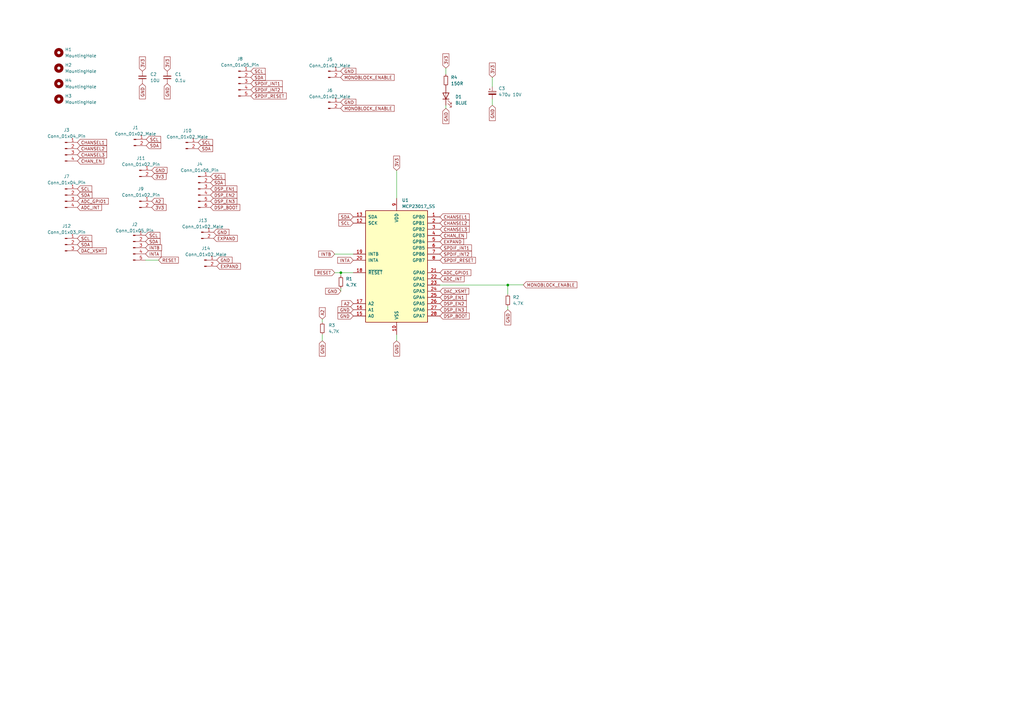
<source format=kicad_sch>
(kicad_sch (version 20231120) (generator "eeschema") (generator_version "8.0")
  (paper "A3")
  (lib_symbols
    (symbol "Connector:Conn_01x02_Male" (pin_names (offset 1.016) hide)
      (property "Reference" "J" (at 0 2.54 0))
      (property "Value" "Conn_01x02_Male" (at 0 -5.08 0))
      (symbol "Conn_01x02_Male_1_1"
        (polyline (pts (xy 1.27 -2.54) (xy 0.8636 -2.54)) (stroke (width 0.1524)))
        (polyline (pts (xy 1.27 0) (xy 0.8636 0)) (stroke (width 0.1524)))
        (rectangle (start 0.8636 -2.413) (end 0 -2.667) (stroke (width 0.1524)) (fill (type outline)))
        (rectangle (start 0.8636 0.127) (end 0 -0.127) (stroke (width 0.1524)) (fill (type outline)))
        (pin passive line (at 5.08 0 180) (length 3.81) (name "Pin_1") (number "1"))
        (pin passive line (at 5.08 -2.54 180) (length 3.81) (name "Pin_2") (number "2"))
      )
    )
    (symbol "Connector:Conn_01x02_Pin" (pin_names (offset 1.016) hide)
      (property "Reference" "J" (at 0 2.54 0))
      (property "Value" "Conn_01x02_Pin" (at 0 -5.08 0))
      (symbol "Conn_01x02_Pin_1_1"
        (polyline (pts (xy 1.27 -2.54) (xy 0.8636 -2.54)) (stroke (width 0.1524)))
        (polyline (pts (xy 1.27 0) (xy 0.8636 0)) (stroke (width 0.1524)))
        (rectangle (start 0.8636 -2.413) (end 0 -2.667) (stroke (width 0.1524)) (fill (type outline)))
        (rectangle (start 0.8636 0.127) (end 0 -0.127) (stroke (width 0.1524)) (fill (type outline)))
        (pin passive line (at 5.08 0 180) (length 3.81) (name "Pin_1") (number "1"))
        (pin passive line (at 5.08 -2.54 180) (length 3.81) (name "Pin_2") (number "2"))
      )
    )
    (symbol "Connector:Conn_01x03_Pin" (pin_names (offset 1.016) hide)
      (property "Reference" "J" (at 0 5.08 0))
      (property "Value" "Conn_01x03_Pin" (at 0 -5.08 0))
      (symbol "Conn_01x03_Pin_1_1"
        (polyline (pts (xy 1.27 -2.54) (xy 0.8636 -2.54)) (stroke (width 0.1524)))
        (polyline (pts (xy 1.27 0) (xy 0.8636 0)) (stroke (width 0.1524)))
        (polyline (pts (xy 1.27 2.54) (xy 0.8636 2.54)) (stroke (width 0.1524)))
        (rectangle (start 0.8636 -2.413) (end 0 -2.667) (stroke (width 0.1524)) (fill (type outline)))
        (rectangle (start 0.8636 0.127) (end 0 -0.127) (stroke (width 0.1524)) (fill (type outline)))
        (rectangle (start 0.8636 2.667) (end 0 2.413) (stroke (width 0.1524)) (fill (type outline)))
        (pin passive line (at 5.08 2.54 180) (length 3.81) (name "Pin_1") (number "1"))
        (pin passive line (at 5.08 0 180) (length 3.81) (name "Pin_2") (number "2"))
        (pin passive line (at 5.08 -2.54 180) (length 3.81) (name "Pin_3") (number "3"))
      )
    )
    (symbol "Connector:Conn_01x04_Pin" (pin_names (offset 1.016) hide)
      (property "Reference" "J" (at 0 5.08 0))
      (property "Value" "Conn_01x04_Pin" (at 0 -7.62 0))
      (symbol "Conn_01x04_Pin_1_1"
        (polyline (pts (xy 1.27 -5.08) (xy 0.8636 -5.08)) (stroke (width 0.1524)))
        (polyline (pts (xy 1.27 -2.54) (xy 0.8636 -2.54)) (stroke (width 0.1524)))
        (polyline (pts (xy 1.27 0) (xy 0.8636 0)) (stroke (width 0.1524)))
        (polyline (pts (xy 1.27 2.54) (xy 0.8636 2.54)) (stroke (width 0.1524)))
        (rectangle (start 0.8636 -4.953) (end 0 -5.207) (stroke (width 0.1524)) (fill (type outline)))
        (rectangle (start 0.8636 -2.413) (end 0 -2.667) (stroke (width 0.1524)) (fill (type outline)))
        (rectangle (start 0.8636 0.127) (end 0 -0.127) (stroke (width 0.1524)) (fill (type outline)))
        (rectangle (start 0.8636 2.667) (end 0 2.413) (stroke (width 0.1524)) (fill (type outline)))
        (pin passive line (at 5.08 2.54 180) (length 3.81) (name "Pin_1") (number "1"))
        (pin passive line (at 5.08 0 180) (length 3.81) (name "Pin_2") (number "2"))
        (pin passive line (at 5.08 -2.54 180) (length 3.81) (name "Pin_3") (number "3"))
        (pin passive line (at 5.08 -5.08 180) (length 3.81) (name "Pin_4") (number "4"))
      )
    )
    (symbol "Connector:Conn_01x05_Pin" (pin_names (offset 1.016) hide)
      (property "Reference" "J" (at 0 7.62 0))
      (property "Value" "Conn_01x05_Pin" (at 0 -7.62 0))
      (symbol "Conn_01x05_Pin_1_1"
        (polyline (pts (xy 1.27 -5.08) (xy 0.8636 -5.08)) (stroke (width 0.1524)))
        (polyline (pts (xy 1.27 -2.54) (xy 0.8636 -2.54)) (stroke (width 0.1524)))
        (polyline (pts (xy 1.27 0) (xy 0.8636 0)) (stroke (width 0.1524)))
        (polyline (pts (xy 1.27 2.54) (xy 0.8636 2.54)) (stroke (width 0.1524)))
        (polyline (pts (xy 1.27 5.08) (xy 0.8636 5.08)) (stroke (width 0.1524)))
        (rectangle (start 0.8636 -4.953) (end 0 -5.207) (stroke (width 0.1524)) (fill (type outline)))
        (rectangle (start 0.8636 -2.413) (end 0 -2.667) (stroke (width 0.1524)) (fill (type outline)))
        (rectangle (start 0.8636 0.127) (end 0 -0.127) (stroke (width 0.1524)) (fill (type outline)))
        (rectangle (start 0.8636 2.667) (end 0 2.413) (stroke (width 0.1524)) (fill (type outline)))
        (rectangle (start 0.8636 5.207) (end 0 4.953) (stroke (width 0.1524)) (fill (type outline)))
        (pin passive line (at 5.08 5.08 180) (length 3.81) (name "Pin_1") (number "1"))
        (pin passive line (at 5.08 2.54 180) (length 3.81) (name "Pin_2") (number "2"))
        (pin passive line (at 5.08 0 180) (length 3.81) (name "Pin_3") (number "3"))
        (pin passive line (at 5.08 -2.54 180) (length 3.81) (name "Pin_4") (number "4"))
        (pin passive line (at 5.08 -5.08 180) (length 3.81) (name "Pin_5") (number "5"))
      )
    )
    (symbol "Connector:Conn_01x06_Pin" (pin_names (offset 1.016) hide)
      (property "Reference" "J" (at 0 7.62 0))
      (property "Value" "Conn_01x06_Pin" (at 0 -10.16 0))
      (symbol "Conn_01x06_Pin_1_1"
        (polyline (pts (xy 1.27 -7.62) (xy 0.8636 -7.62)) (stroke (width 0.1524)))
        (polyline (pts (xy 1.27 -5.08) (xy 0.8636 -5.08)) (stroke (width 0.1524)))
        (polyline (pts (xy 1.27 -2.54) (xy 0.8636 -2.54)) (stroke (width 0.1524)))
        (polyline (pts (xy 1.27 0) (xy 0.8636 0)) (stroke (width 0.1524)))
        (polyline (pts (xy 1.27 2.54) (xy 0.8636 2.54)) (stroke (width 0.1524)))
        (polyline (pts (xy 1.27 5.08) (xy 0.8636 5.08)) (stroke (width 0.1524)))
        (rectangle (start 0.8636 -7.493) (end 0 -7.747) (stroke (width 0.1524)) (fill (type outline)))
        (rectangle (start 0.8636 -4.953) (end 0 -5.207) (stroke (width 0.1524)) (fill (type outline)))
        (rectangle (start 0.8636 -2.413) (end 0 -2.667) (stroke (width 0.1524)) (fill (type outline)))
        (rectangle (start 0.8636 0.127) (end 0 -0.127) (stroke (width 0.1524)) (fill (type outline)))
        (rectangle (start 0.8636 2.667) (end 0 2.413) (stroke (width 0.1524)) (fill (type outline)))
        (rectangle (start 0.8636 5.207) (end 0 4.953) (stroke (width 0.1524)) (fill (type outline)))
        (pin passive line (at 5.08 5.08 180) (length 3.81) (name "Pin_1") (number "1"))
        (pin passive line (at 5.08 2.54 180) (length 3.81) (name "Pin_2") (number "2"))
        (pin passive line (at 5.08 0 180) (length 3.81) (name "Pin_3") (number "3"))
        (pin passive line (at 5.08 -2.54 180) (length 3.81) (name "Pin_4") (number "4"))
        (pin passive line (at 5.08 -5.08 180) (length 3.81) (name "Pin_5") (number "5"))
        (pin passive line (at 5.08 -7.62 180) (length 3.81) (name "Pin_6") (number "6"))
      )
    )
    (symbol "Device:C_Polarized_Small" (pin_numbers hide) (pin_names (offset 0.254) hide)
      (property "Reference" "C" (at 0.254 1.778 0))
      (property "Value" "C_Polarized_Small" (at 0.254 -2.032 0))
      (symbol "C_Polarized_Small_0_1"
        (rectangle (start -1.524 -0.3048) (end 1.524 -0.6858) (fill (type outline)))
        (rectangle (start -1.524 0.6858) (end 1.524 0.3048))
        (polyline (pts (xy -1.27 1.524) (xy -0.762 1.524)))
        (polyline (pts (xy -1.016 1.27) (xy -1.016 1.778)))
      )
      (symbol "C_Polarized_Small_1_1"
        (pin passive line (at 0 2.54 270) (length 1.8542) (name "~") (number "1"))
        (pin passive line (at 0 -2.54 90) (length 1.8542) (name "~") (number "2"))
      )
    )
    (symbol "Device:C_Small" (pin_numbers hide) (pin_names (offset 0.254) hide)
      (property "Reference" "C" (at 0.254 1.778 0))
      (property "Value" "C_Small" (at 0.254 -2.032 0))
      (symbol "C_Small_0_1"
        (polyline (pts (xy -1.524 -0.508) (xy 1.524 -0.508)) (stroke (width 0.3302)))
        (polyline (pts (xy -1.524 0.508) (xy 1.524 0.508)) (stroke (width 0.3048)))
      )
      (symbol "C_Small_1_1"
        (pin passive line (at 0 2.54 270) (length 2.032) (name "~") (number "1"))
        (pin passive line (at 0 -2.54 90) (length 2.032) (name "~") (number "2"))
      )
    )
    (symbol "Device:LED" (pin_numbers hide) (pin_names (offset 1.016) hide)
      (property "Reference" "D" (at 0 2.54 0))
      (property "Value" "LED" (at 0 -2.54 0))
      (symbol "LED_0_1"
        (polyline (pts (xy -1.27 -1.27) (xy -1.27 1.27)) (stroke (width 0.254)))
        (polyline (pts (xy -1.27 0) (xy 1.27 0)))
        (polyline (pts (xy 1.27 -1.27) (xy 1.27 1.27) (xy -1.27 0) (xy 1.27 -1.27)) (stroke (width 0.254)))
        (polyline (pts (xy -3.048 -0.762) (xy -4.572 -2.286) (xy -3.81 -2.286) (xy -4.572 -2.286) (xy -4.572 -1.524)))
        (polyline (pts (xy -1.778 -0.762) (xy -3.302 -2.286) (xy -2.54 -2.286) (xy -3.302 -2.286) (xy -3.302 -1.524)))
      )
      (symbol "LED_1_1"
        (pin passive line (at -3.81 0 0) (length 2.54) (name "K") (number "1"))
        (pin passive line (at 3.81 0 180) (length 2.54) (name "A") (number "2"))
      )
    )
    (symbol "Device:R_Small" (pin_numbers hide) (pin_names (offset 0.254) hide)
      (property "Reference" "R" (at 0.762 0.508 0))
      (property "Value" "R_Small" (at 0.762 -1.016 0))
      (symbol "R_Small_0_1"
        (rectangle (start -0.762 1.778) (end 0.762 -1.778) (stroke (width 0.2032)))
      )
      (symbol "R_Small_1_1"
        (pin passive line (at 0 2.54 270) (length 0.762) (name "~") (number "1"))
        (pin passive line (at 0 -2.54 90) (length 0.762) (name "~") (number "2"))
      )
    )
    (symbol "Interface_Expansion:MCP23017_SS" (pin_names (offset 1.016))
      (property "Reference" "U" (at -11.43 24.13 0))
      (property "Value" "MCP23017_SS" (at 0 0 0))
      (symbol "MCP23017_SS_0_1"
        (rectangle (start -12.7 22.86) (end 12.7 -22.86) (stroke (width 0.254)) (fill (type background)))
      )
      (symbol "MCP23017_SS_1_1"
        (pin bidirectional line (at 17.78 20.32 180) (length 5.08) (name "GPB0") (number "1"))
        (pin power_in line (at 0 -27.94 90) (length 5.08) (name "VSS") (number "10"))
        (pin no_connect line (at -12.7 15.24 0) (length 5.08) hide (name "NC") (number "11"))
        (pin input line (at -17.78 17.78 0) (length 5.08) (name "SCK") (number "12"))
        (pin bidirectional line (at -17.78 20.32 0) (length 5.08) (name "SDA") (number "13"))
        (pin no_connect line (at -12.7 12.7 0) (length 5.08) hide (name "NC") (number "14"))
        (pin input line (at -17.78 -20.32 0) (length 5.08) (name "A0") (number "15"))
        (pin input line (at -17.78 -17.78 0) (length 5.08) (name "A1") (number "16"))
        (pin input line (at -17.78 -15.24 0) (length 5.08) (name "A2") (number "17"))
        (pin input line (at -17.78 -2.54 0) (length 5.08) (name "~{RESET}") (number "18"))
        (pin tri_state line (at -17.78 5.08 0) (length 5.08) (name "INTB") (number "19"))
        (pin bidirectional line (at 17.78 17.78 180) (length 5.08) (name "GPB1") (number "2"))
        (pin tri_state line (at -17.78 2.54 0) (length 5.08) (name "INTA") (number "20"))
        (pin bidirectional line (at 17.78 -2.54 180) (length 5.08) (name "GPA0") (number "21"))
        (pin bidirectional line (at 17.78 -5.08 180) (length 5.08) (name "GPA1") (number "22"))
        (pin bidirectional line (at 17.78 -7.62 180) (length 5.08) (name "GPA2") (number "23"))
        (pin bidirectional line (at 17.78 -10.16 180) (length 5.08) (name "GPA3") (number "24"))
        (pin bidirectional line (at 17.78 -12.7 180) (length 5.08) (name "GPA4") (number "25"))
        (pin bidirectional line (at 17.78 -15.24 180) (length 5.08) (name "GPA5") (number "26"))
        (pin bidirectional line (at 17.78 -17.78 180) (length 5.08) (name "GPA6") (number "27"))
        (pin bidirectional line (at 17.78 -20.32 180) (length 5.08) (name "GPA7") (number "28"))
        (pin bidirectional line (at 17.78 15.24 180) (length 5.08) (name "GPB2") (number "3"))
        (pin bidirectional line (at 17.78 12.7 180) (length 5.08) (name "GPB3") (number "4"))
        (pin bidirectional line (at 17.78 10.16 180) (length 5.08) (name "GPB4") (number "5"))
        (pin bidirectional line (at 17.78 7.62 180) (length 5.08) (name "GPB5") (number "6"))
        (pin bidirectional line (at 17.78 5.08 180) (length 5.08) (name "GPB6") (number "7"))
        (pin bidirectional line (at 17.78 2.54 180) (length 5.08) (name "GPB7") (number "8"))
        (pin power_in line (at 0 27.94 270) (length 5.08) (name "VDD") (number "9"))
      )
    )
    (symbol "Mechanical:MountingHole" (pin_names (offset 1.016))
      (property "Reference" "H" (at 0 5.08 0))
      (property "Value" "MountingHole" (at 0 3.175 0))
      (symbol "MountingHole_0_1"
        (circle (center 0 0) (radius 1.27) (stroke (width 1.27)))
      )
    )
  )
  (junction (at 139.8108 111.8291))
  (junction (at 208.28 116.9091))
  (wire (pts (xy 208.28 116.84) (xy 208.28 116.9091)))
  (wire (pts (xy 162.6708 139.7691) (xy 162.6708 137.2291)))
  (wire (pts (xy 132.1908 137.2291) (xy 132.1908 139.7691)))
  (wire (pts (xy 180.4508 116.9091) (xy 208.28 116.9091)))
  (wire (pts (xy 59.69 106.68) (xy 65.024 106.68)))
  (wire (pts (xy 201.93 43.18) (xy 201.93 40.64)))
  (wire (pts (xy 139.8108 111.8291) (xy 144.8908 111.8291)))
  (wire (pts (xy 139.8108 119.4491) (xy 139.8108 118.1791)))
  (wire (pts (xy 182.88 44.45) (xy 182.88 43.18)))
  (wire (pts (xy 208.28 120.65) (xy 208.28 116.9091)))
  (wire (pts (xy 132.1908 130.8791) (xy 132.1908 132.1491)))
  (wire (pts (xy 139.8108 113.0991) (xy 139.8108 111.8291)))
  (wire (pts (xy 201.93 31.75) (xy 201.93 35.56)))
  (wire (pts (xy 137.2708 104.2091) (xy 144.8908 104.2091)))
  (wire (pts (xy 137.2708 111.8291) (xy 139.8108 111.8291)))
  (wire (pts (xy 162.6708 69.9191) (xy 162.6708 81.3491)))
  (wire (pts (xy 208.28 127) (xy 208.28 125.73)))
  (wire (pts (xy 208.28 116.84) (xy 214.63 116.84)))
  (wire (pts (xy 182.88 27.94) (xy 182.88 30.48)))
  (global_label "EXPAND" (shape input) (at 88.9 109.22 0) (property "Intersheetrefs" "${INTERSHEET_REFS}" (effects (hide yes))))
  (global_label "EXPAND" (shape input) (at 87.63 97.79 0) (property "Intersheetrefs" "${INTERSHEET_REFS}" (effects (hide yes))))
  (global_label "GND" (shape input) (at 58.42 34.29 270) (property "Intersheetrefs" "${INTERSHEET_REFS}" (effects (hide yes))))
  (global_label "3V3" (shape input) (at 182.88 27.94 90) (property "Intersheetrefs" "${INTERSHEET_REFS}" (effects (hide yes))))
  (global_label "RESET" (shape input) (at 65.024 106.68 0) (property "Intersheetrefs" "${INTERSHEET_REFS}" (effects (hide yes))))
  (global_label "SPDIF_RESET" (shape input) (at 102.87 39.37 0) (property "Intersheetrefs" "${INTERSHEET_REFS}" (effects (hide yes))))
  (global_label "GND" (shape input) (at 139.7 41.91 0) (property "Intersheetrefs" "${INTERSHEET_REFS}" (effects (hide yes))))
  (global_label "DSP_EN2" (shape input) (at 86.36 80.01 0) (property "Intersheetrefs" "${INTERSHEET_REFS}" (effects (hide yes))))
  (global_label "SCL" (shape input) (at 102.87 29.21 0) (property "Intersheetrefs" "${INTERSHEET_REFS}" (effects (hide yes))))
  (global_label "GND" (shape input) (at 144.8908 129.6091 180) (property "Intersheetrefs" "${INTERSHEET_REFS}" (effects (hide yes))))
  (global_label "DSP_EN3" (shape input) (at 86.36 82.55 0) (property "Intersheetrefs" "${INTERSHEET_REFS}" (effects (hide yes))))
  (global_label "DSP_EN1" (shape input) (at 86.36 77.47 0) (property "Intersheetrefs" "${INTERSHEET_REFS}" (effects (hide yes))))
  (global_label "MONOBLOCK_ENABLE" (shape input) (at 139.7 31.75 0) (property "Intersheetrefs" "${INTERSHEET_REFS}" (effects (hide yes))))
  (global_label "SDA" (shape input) (at 31.75 100.33 0) (property "Intersheetrefs" "${INTERSHEET_REFS}" (effects (hide yes))))
  (global_label "ADC_GPIO1" (shape input) (at 31.75 82.55 0) (property "Intersheetrefs" "${INTERSHEET_REFS}" (effects (hide yes))))
  (global_label "A2" (shape input) (at 144.8908 124.5291 180) (property "Intersheetrefs" "${INTERSHEET_REFS}" (effects (hide yes))))
  (global_label "CHANSEL1" (shape input) (at 31.75 58.42 0) (property "Intersheetrefs" "${INTERSHEET_REFS}" (effects (hide yes))))
  (global_label "GND" (shape input) (at 139.8108 119.4491 180) (property "Intersheetrefs" "${INTERSHEET_REFS}" (effects (hide yes))))
  (global_label "CHANSEL2" (shape input) (at 31.75 60.96 0) (property "Intersheetrefs" "${INTERSHEET_REFS}" (effects (hide yes))))
  (global_label "MONOBLOCK_ENABLE" (shape input) (at 214.63 116.84 0) (property "Intersheetrefs" "${INTERSHEET_REFS}" (effects (hide yes))))
  (global_label "SDA" (shape input) (at 102.87 31.75 0) (property "Intersheetrefs" "${INTERSHEET_REFS}" (effects (hide yes))))
  (global_label "GND" (shape input) (at 62.23 69.85 0) (property "Intersheetrefs" "${INTERSHEET_REFS}" (effects (hide yes))))
  (global_label "SCL" (shape input) (at 59.9924 57.1746 0) (property "Intersheetrefs" "${INTERSHEET_REFS}" (effects (hide yes))))
  (global_label "GND" (shape input) (at 201.93 43.18 270) (property "Intersheetrefs" "${INTERSHEET_REFS}" (effects (hide yes))))
  (global_label "GND" (shape input) (at 162.6708 139.7691 270) (property "Intersheetrefs" "${INTERSHEET_REFS}" (effects (hide yes))))
  (global_label "SPDIF_INT2" (shape input) (at 180.4508 104.2091 0) (property "Intersheetrefs" "${INTERSHEET_REFS}" (effects (hide yes))))
  (global_label "GND" (shape input) (at 208.28 127 270) (property "Intersheetrefs" "${INTERSHEET_REFS}" (effects (hide yes))))
  (global_label "SCL" (shape input) (at 86.36 72.39 0) (property "Intersheetrefs" "${INTERSHEET_REFS}" (effects (hide yes))))
  (global_label "DSP_EN2" (shape input) (at 180.4508 124.5291 0) (property "Intersheetrefs" "${INTERSHEET_REFS}" (effects (hide yes))))
  (global_label "INTA" (shape input) (at 144.8908 106.7491 180) (property "Intersheetrefs" "${INTERSHEET_REFS}" (effects (hide yes))))
  (global_label "GND" (shape input) (at 132.1908 139.7691 270) (property "Intersheetrefs" "${INTERSHEET_REFS}" (effects (hide yes))))
  (global_label "SDA" (shape input) (at 144.8908 88.9691 180) (property "Intersheetrefs" "${INTERSHEET_REFS}" (effects (hide yes))))
  (global_label "3V3" (shape input) (at 162.6708 69.9191 90) (property "Intersheetrefs" "${INTERSHEET_REFS}" (effects (hide yes))))
  (global_label "CHANSEL2" (shape input) (at 180.4508 91.5091 0) (property "Intersheetrefs" "${INTERSHEET_REFS}" (effects (hide yes))))
  (global_label "SPDIF_INT1" (shape input) (at 102.87 34.29 0) (property "Intersheetrefs" "${INTERSHEET_REFS}" (effects (hide yes))))
  (global_label "ADC_GPIO1" (shape input) (at 180.4508 111.8291 0) (property "Intersheetrefs" "${INTERSHEET_REFS}" (effects (hide yes))))
  (global_label "GND" (shape input) (at 139.7 29.21 0) (property "Intersheetrefs" "${INTERSHEET_REFS}" (effects (hide yes))))
  (global_label "MONOBLOCK_ENABLE" (shape input) (at 139.7 44.45 0) (property "Intersheetrefs" "${INTERSHEET_REFS}" (effects (hide yes))))
  (global_label "ADC_INT" (shape input) (at 31.75 85.09 0) (property "Intersheetrefs" "${INTERSHEET_REFS}" (effects (hide yes))))
  (global_label "SDA" (shape input) (at 86.36 74.93 0) (property "Intersheetrefs" "${INTERSHEET_REFS}" (effects (hide yes))))
  (global_label "SDA" (shape input) (at 81.28 60.96 0) (property "Intersheetrefs" "${INTERSHEET_REFS}" (effects (hide yes))))
  (global_label "DAC_XSMT" (shape input) (at 31.75 102.87 0) (property "Intersheetrefs" "${INTERSHEET_REFS}" (effects (hide yes))))
  (global_label "3V3" (shape input) (at 58.42 29.21 90) (property "Intersheetrefs" "${INTERSHEET_REFS}" (effects (hide yes))))
  (global_label "GND" (shape input) (at 87.63 95.25 0) (property "Intersheetrefs" "${INTERSHEET_REFS}" (effects (hide yes))))
  (global_label "SCL" (shape input) (at 31.75 97.79 0) (property "Intersheetrefs" "${INTERSHEET_REFS}" (effects (hide yes))))
  (global_label "SDA" (shape input) (at 59.69 99.06 0) (property "Intersheetrefs" "${INTERSHEET_REFS}" (effects (hide yes))))
  (global_label "SPDIF_RESET" (shape input) (at 180.4508 106.7491 0) (property "Intersheetrefs" "${INTERSHEET_REFS}" (effects (hide yes))))
  (global_label "SCL" (shape input) (at 144.8908 91.5091 180) (property "Intersheetrefs" "${INTERSHEET_REFS}" (effects (hide yes))))
  (global_label "SCL" (shape input) (at 81.28 58.42 0) (property "Intersheetrefs" "${INTERSHEET_REFS}" (effects (hide yes))))
  (global_label "3V3" (shape input) (at 62.23 72.39 0) (property "Intersheetrefs" "${INTERSHEET_REFS}" (effects (hide yes))))
  (global_label "A2" (shape input) (at 132.1908 130.8791 90) (property "Intersheetrefs" "${INTERSHEET_REFS}" (effects (hide yes))))
  (global_label "SPDIF_INT2" (shape input) (at 102.87 36.83 0) (property "Intersheetrefs" "${INTERSHEET_REFS}" (effects (hide yes))))
  (global_label "DAC_XSMT" (shape input) (at 180.4508 119.4491 0) (property "Intersheetrefs" "${INTERSHEET_REFS}" (effects (hide yes))))
  (global_label "ADC_INT" (shape input) (at 180.4508 114.3691 0) (property "Intersheetrefs" "${INTERSHEET_REFS}" (effects (hide yes))))
  (global_label "GND" (shape input) (at 68.58 34.29 270) (property "Intersheetrefs" "${INTERSHEET_REFS}" (effects (hide yes))))
  (global_label "SDA" (shape input) (at 31.75 80.01 0) (property "Intersheetrefs" "${INTERSHEET_REFS}" (effects (hide yes))))
  (global_label "3V3" (shape input) (at 62.23 85.09 0) (property "Intersheetrefs" "${INTERSHEET_REFS}" (effects (hide yes))))
  (global_label "DSP_BOOT" (shape input) (at 180.4508 129.6091 0) (property "Intersheetrefs" "${INTERSHEET_REFS}" (effects (hide yes))))
  (global_label "3V3" (shape input) (at 68.58 29.21 90) (property "Intersheetrefs" "${INTERSHEET_REFS}" (effects (hide yes))))
  (global_label "EXPAND" (shape input) (at 180.4508 99.1291 0) (property "Intersheetrefs" "${INTERSHEET_REFS}" (effects (hide yes))))
  (global_label "DSP_EN1" (shape input) (at 180.4508 121.9891 0) (property "Intersheetrefs" "${INTERSHEET_REFS}" (effects (hide yes))))
  (global_label "3V3" (shape input) (at 201.93 31.75 90) (property "Intersheetrefs" "${INTERSHEET_REFS}" (effects (hide yes))))
  (global_label "RESET" (shape input) (at 137.2708 111.8291 180) (property "Intersheetrefs" "${INTERSHEET_REFS}" (effects (hide yes))))
  (global_label "SDA" (shape input) (at 59.9924 59.7146 0) (property "Intersheetrefs" "${INTERSHEET_REFS}" (effects (hide yes))))
  (global_label "CHANSEL3" (shape input) (at 180.4508 94.0491 0) (property "Intersheetrefs" "${INTERSHEET_REFS}" (effects (hide yes))))
  (global_label "INTB" (shape input) (at 137.2708 104.2091 180) (property "Intersheetrefs" "${INTERSHEET_REFS}" (effects (hide yes))))
  (global_label "SCL" (shape input) (at 31.75 77.47 0) (property "Intersheetrefs" "${INTERSHEET_REFS}" (effects (hide yes))))
  (global_label "GND" (shape input) (at 182.88 44.45 270) (property "Intersheetrefs" "${INTERSHEET_REFS}" (effects (hide yes))))
  (global_label "CHANSEL3" (shape input) (at 31.75 63.5 0) (property "Intersheetrefs" "${INTERSHEET_REFS}" (effects (hide yes))))
  (global_label "CHANSEL1" (shape input) (at 180.4508 88.9691 0) (property "Intersheetrefs" "${INTERSHEET_REFS}" (effects (hide yes))))
  (global_label "A2" (shape input) (at 62.23 82.55 0) (property "Intersheetrefs" "${INTERSHEET_REFS}" (effects (hide yes))))
  (global_label "DSP_BOOT" (shape input) (at 86.36 85.09 0) (property "Intersheetrefs" "${INTERSHEET_REFS}" (effects (hide yes))))
  (global_label "CHAN_EN" (shape input) (at 180.4508 96.5891 0) (property "Intersheetrefs" "${INTERSHEET_REFS}" (effects (hide yes))))
  (global_label "INTB" (shape input) (at 59.69 101.6 0) (property "Intersheetrefs" "${INTERSHEET_REFS}" (effects (hide yes))))
  (global_label "CHAN_EN" (shape input) (at 31.75 66.04 0) (property "Intersheetrefs" "${INTERSHEET_REFS}" (effects (hide yes))))
  (global_label "SCL" (shape input) (at 59.69 96.52 0) (property "Intersheetrefs" "${INTERSHEET_REFS}" (effects (hide yes))))
  (global_label "SPDIF_INT1" (shape input) (at 180.4508 101.6691 0) (property "Intersheetrefs" "${INTERSHEET_REFS}" (effects (hide yes))))
  (global_label "GND" (shape input) (at 144.8908 127.0691 180) (property "Intersheetrefs" "${INTERSHEET_REFS}" (effects (hide yes))))
  (global_label "DSP_EN3" (shape input) (at 180.4508 127.0691 0) (property "Intersheetrefs" "${INTERSHEET_REFS}" (effects (hide yes))))
  (global_label "INTA" (shape input) (at 59.69 104.14 0) (property "Intersheetrefs" "${INTERSHEET_REFS}" (effects (hide yes))))
  (global_label "GND" (shape input) (at 88.9 106.68 0) (property "Intersheetrefs" "${INTERSHEET_REFS}" (effects (hide yes))))
  (symbol (lib_id "Mechanical:MountingHole") (at 24.13 34.29 0) (unit 1)
    (property "Reference" "H4" (at 26.67 33.0199 0) (effects (justify left)))
    (property "Value" "MountingHole" (at 26.67 35.5599 0) (effects (justify left)))
    (property "Footprint" "MountingHole:MountingHole_3.2mm_M3_DIN965_Pad_TopOnly" (effects (hide yes)))
  )
  (symbol (lib_id "Interface_Expansion:MCP23017_SS") (at 162.6708 109.2891 0) (unit 1)
    (property "Reference" "U1" (at 164.8649 82.1111 0) (effects (justify left)))
    (property "Value" "MCP23017_SS" (at 164.8649 84.6511 0) (effects (justify left)))
    (property "Footprint" "Package_SO:SSOP-28_5.3x10.2mm_P0.65mm" (effects (hide yes)))
    (property "Datasheet" "http://ww1.microchip.com/downloads/en/DeviceDoc/20001952C.pdf" (effects (hide yes)))
    (property "Mouser" " 579-MCP23017-E/SS " (effects (hide yes)))
  )
  (symbol (lib_id "Connector:Conn_01x05_Pin") (at 97.79 34.29 0) (unit 1)
    (property "Reference" "J8" (at 98.425 24.13 0))
    (property "Value" "Conn_01x05_Pin" (at 98.425 26.67 0))
    (property "Footprint" "Connector_JST:JST_PH_B5B-PH-K_1x05_P2.00mm_Vertical" (effects (hide yes)))
    (property "Description" "Generic connector, single row, 01x05, script generated" (effects (hide yes)))
  )
  (symbol (lib_id "Connector:Conn_01x03_Pin") (at 26.67 100.33 0) (unit 1)
    (property "Reference" "J12" (at 27.305 92.71 0))
    (property "Value" "Conn_01x03_Pin" (at 27.305 95.25 0))
    (property "Footprint" "Connector_JST:JST_PH_B3B-PH-K_1x03_P2.00mm_Vertical" (effects (hide yes)))
    (property "Description" "Generic connector, single row, 01x03, script generated" (effects (hide yes)))
  )
  (symbol (lib_id "Device:R_Small") (at 132.1908 134.6891 0) (unit 1)
    (property "Reference" "R3" (at 134.7308 133.419 0) (effects (justify left)))
    (property "Value" "4.7K" (at 134.7308 135.959 0) (effects (justify left)))
    (property "Footprint" "Resistor_SMD:R_0603_1608Metric_Pad0.98x0.95mm_HandSolder" (effects (hide yes)))
  )
  (symbol (lib_id "Connector:Conn_01x02_Male") (at 134.62 29.21 0) (unit 1)
    (property "Reference" "J5" (at 135.255 24.384 0))
    (property "Value" "Conn_01x02_Male" (at 135.255 26.924 0))
    (property "Footprint" "Connector_JST:JST_PH_B2B-PH-K_1x02_P2.00mm_Vertical" (effects (hide yes)))
  )
  (symbol (lib_id "Connector:Conn_01x04_Pin") (at 26.67 80.01 0) (unit 1)
    (property "Reference" "J7" (at 27.305 72.39 0))
    (property "Value" "Conn_01x04_Pin" (at 27.305 74.93 0))
    (property "Footprint" "Connector_JST:JST_PH_B4B-PH-K_1x04_P2.00mm_Vertical" (effects (hide yes)))
    (property "Description" "Generic connector, single row, 01x04, script generated" (effects (hide yes)))
  )
  (symbol (lib_id "Connector:Conn_01x04_Pin") (at 26.67 60.96 0) (unit 1)
    (property "Reference" "J3" (at 27.305 53.34 0))
    (property "Value" "Conn_01x04_Pin" (at 27.305 55.88 0))
    (property "Footprint" "Connector_JST:JST_PH_B4B-PH-K_1x04_P2.00mm_Vertical" (effects (hide yes)))
    (property "Description" "Generic connector, single row, 01x04, script generated" (effects (hide yes)))
  )
  (symbol (lib_id "Device:C_Small") (at 68.58 31.75 180) (unit 1)
    (property "Reference" "C1" (at 71.755 30.4736 0) (effects (justify right)))
    (property "Value" "0.1u" (at 71.755 33.0136 0) (effects (justify right)))
    (property "Footprint" "Capacitor_SMD:C_0805_2012Metric_Pad1.18x1.45mm_HandSolder" (effects (hide yes)))
  )
  (symbol (lib_id "Connector:Conn_01x02_Male") (at 54.9124 57.1746 0) (unit 1)
    (property "Reference" "J1" (at 55.5474 52.3486 0))
    (property "Value" "Conn_01x02_Male" (at 55.5474 54.8886 0))
    (property "Footprint" "Connector_JST:JST_PH_B2B-PH-K_1x02_P2.00mm_Vertical" (effects (hide yes)))
  )
  (symbol (lib_id "Connector:Conn_01x02_Pin") (at 57.15 82.55 0) (unit 1)
    (property "Reference" "J9" (at 57.785 77.47 0))
    (property "Value" "Conn_01x02_Pin" (at 57.785 80.01 0))
    (property "Footprint" "Connector_PinHeader_2.54mm:PinHeader_1x02_P2.54mm_Vertical" (effects (hide yes)))
    (property "Description" "Generic connector, single row, 01x02, script generated" (effects (hide yes)))
  )
  (symbol (lib_id "Connector:Conn_01x05_Pin") (at 54.61 101.6 0) (unit 1)
    (property "Reference" "J2" (at 55.245 92.075 0))
    (property "Value" "Conn_01x05_Pin" (at 55.245 94.615 0))
    (property "Footprint" "Connector_JST:JST_PH_B5B-PH-K_1x05_P2.00mm_Vertical" (effects (hide yes)))
  )
  (symbol (lib_id "Device:R_Small") (at 208.28 123.19 180) (unit 1)
    (property "Reference" "R2" (at 210.312 121.92 0) (effects (justify right)))
    (property "Value" "4.7K" (at 210.312 124.46 0) (effects (justify right)))
    (property "Footprint" "Resistor_SMD:R_0603_1608Metric_Pad0.98x0.95mm_HandSolder" (effects (hide yes)))
  )
  (symbol (lib_id "Mechanical:MountingHole") (at 24.13 27.94 0) (unit 1)
    (property "Reference" "H2" (at 26.67 26.6699 0) (effects (justify left)))
    (property "Value" "MountingHole" (at 26.67 29.2099 0) (effects (justify left)))
    (property "Footprint" "MountingHole:MountingHole_3.2mm_M3_DIN965_Pad_TopOnly" (effects (hide yes)))
  )
  (symbol (lib_id "Mechanical:MountingHole") (at 24.13 21.59 0) (unit 1)
    (property "Reference" "H1" (at 26.67 20.3199 0) (effects (justify left)))
    (property "Value" "MountingHole" (at 26.67 22.8599 0) (effects (justify left)))
    (property "Footprint" "MountingHole:MountingHole_3.2mm_M3_DIN965_Pad_TopOnly" (effects (hide yes)))
  )
  (symbol (lib_id "Connector:Conn_01x02_Male") (at 82.55 95.25 0) (unit 1)
    (property "Reference" "J13" (at 83.185 90.424 0))
    (property "Value" "Conn_01x02_Male" (at 83.185 92.964 0))
    (property "Footprint" "Connector_JST:JST_PH_B2B-PH-K_1x02_P2.00mm_Vertical" (effects (hide yes)))
  )
  (symbol (lib_id "Device:R_Small") (at 139.8108 115.6391 180) (unit 1)
    (property "Reference" "R1" (at 141.8428 114.3691 0) (effects (justify right)))
    (property "Value" "4.7K" (at 141.8428 116.9091 0) (effects (justify right)))
    (property "Footprint" "Resistor_SMD:R_0603_1608Metric_Pad0.98x0.95mm_HandSolder" (effects (hide yes)))
  )
  (symbol (lib_id "Device:R_Small") (at 182.88 33.02 180) (unit 1)
    (property "Reference" "R4" (at 184.912 31.75 0) (effects (justify right)))
    (property "Value" "150R" (at 184.912 34.29 0) (effects (justify right)))
    (property "Footprint" "Resistor_SMD:R_0603_1608Metric" (effects (hide yes)))
  )
  (symbol (lib_id "Device:LED") (at 182.88 39.37 90) (unit 1)
    (property "Reference" "D1" (at 186.69 39.6874 90) (effects (justify right)))
    (property "Value" "BLUE" (at 186.69 42.2274 90) (effects (justify right)))
    (property "Footprint" "LED_SMD:LED_0603_1608Metric" (effects (hide yes)))
    (property "Description" "Light emitting diode" (effects (hide yes)))
  )
  (symbol (lib_id "Connector:Conn_01x02_Pin") (at 57.15 69.85 0) (unit 1)
    (property "Reference" "J11" (at 57.785 64.897 0))
    (property "Value" "Conn_01x02_Pin" (at 57.785 67.437 0))
    (property "Footprint" "Connector_JST:JST_PH_B2B-PH-K_1x02_P2.00mm_Vertical" (effects (hide yes)))
  )
  (symbol (lib_id "Connector:Conn_01x06_Pin") (at 81.28 77.47 0) (unit 1)
    (property "Reference" "J4" (at 81.915 67.31 0))
    (property "Value" "Conn_01x06_Pin" (at 81.915 69.85 0))
    (property "Footprint" "Connector_JST:JST_PH_B6B-PH-K_1x06_P2.00mm_Vertical" (effects (hide yes)))
    (property "Description" "Generic connector, single row, 01x06, script generated" (effects (hide yes)))
  )
  (symbol (lib_id "Device:C_Polarized_Small") (at 201.93 38.1 0) (unit 1)
    (property "Reference" "C3" (at 204.47 36.2838 0) (effects (justify left)))
    (property "Value" "470u 10V" (at 204.47 38.8238 0) (effects (justify left)))
    (property "Footprint" "Capacitor_THT:CP_Radial_D6.3mm_P2.50mm" (effects (hide yes)))
    (property "Description" "Polarized capacitor, small symbol" (effects (hide yes)))
  )
  (symbol (lib_id "Connector:Conn_01x02_Male") (at 76.2 58.42 0) (unit 1)
    (property "Reference" "J10" (at 76.835 53.594 0))
    (property "Value" "Conn_01x02_Male" (at 76.835 56.134 0))
    (property "Footprint" "Connector_JST:JST_PH_B2B-PH-K_1x02_P2.00mm_Vertical" (effects (hide yes)))
  )
  (symbol (lib_id "Mechanical:MountingHole") (at 24.13 40.64 0) (unit 1)
    (property "Reference" "H3" (at 26.67 39.3699 0) (effects (justify left)))
    (property "Value" "MountingHole" (at 26.67 41.9099 0) (effects (justify left)))
    (property "Footprint" "MountingHole:MountingHole_3.2mm_M3_DIN965_Pad_TopOnly" (effects (hide yes)))
  )
  (symbol (lib_id "Connector:Conn_01x02_Male") (at 83.82 106.68 0) (unit 1)
    (property "Reference" "J14" (at 84.455 101.854 0))
    (property "Value" "Conn_01x02_Male" (at 84.455 104.394 0))
    (property "Footprint" "Connector_PinHeader_2.54mm:PinHeader_1x02_P2.54mm_Vertical" (effects (hide yes)))
  )
  (symbol (lib_id "Device:C_Small") (at 58.42 31.75 180) (unit 1)
    (property "Reference" "C2" (at 61.595 30.4736 0) (effects (justify right)))
    (property "Value" "10U" (at 61.595 33.0136 0) (effects (justify right)))
    (property "Footprint" "Capacitor_SMD:C_1206_3216Metric_Pad1.33x1.80mm_HandSolder" (effects (hide yes)))
  )
  (symbol (lib_id "Connector:Conn_01x02_Male") (at 134.62 41.91 0) (unit 1)
    (property "Reference" "J6" (at 135.255 37.084 0))
    (property "Value" "Conn_01x02_Male" (at 135.255 39.624 0))
    (property "Footprint" "Connector_JST:JST_PH_B2B-PH-K_1x02_P2.00mm_Vertical" (effects (hide yes)))
  )
)
</source>
